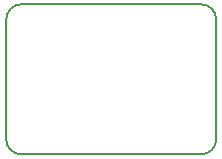
<source format=gm1>
G04 #@! TF.FileFunction,Profile,NP*
%FSLAX46Y46*%
G04 Gerber Fmt 4.6, Leading zero omitted, Abs format (unit mm)*
G04 Created by KiCad (PCBNEW 4.0.2+dfsg1-stable) date Thu 01 Jun 2017 07:33:31 PM MDT*
%MOMM*%
G01*
G04 APERTURE LIST*
%ADD10C,0.100000*%
%ADD11C,0.150000*%
G04 APERTURE END LIST*
D10*
D11*
X152400000Y-86360000D02*
G75*
G03X151130000Y-87630000I0J-1270000D01*
G01*
X151130000Y-97790000D02*
G75*
G03X152400000Y-99060000I1270000J0D01*
G01*
X167640000Y-99060000D02*
G75*
G03X168910000Y-97790000I0J1270000D01*
G01*
X168910000Y-87630000D02*
G75*
G03X167640000Y-86360000I-1270000J0D01*
G01*
X168910000Y-97790000D02*
X168910000Y-87630000D01*
X152400000Y-99060000D02*
X167640000Y-99060000D01*
X151130000Y-87630000D02*
X151130000Y-97790000D01*
X167640000Y-86360000D02*
X152400000Y-86360000D01*
M02*

</source>
